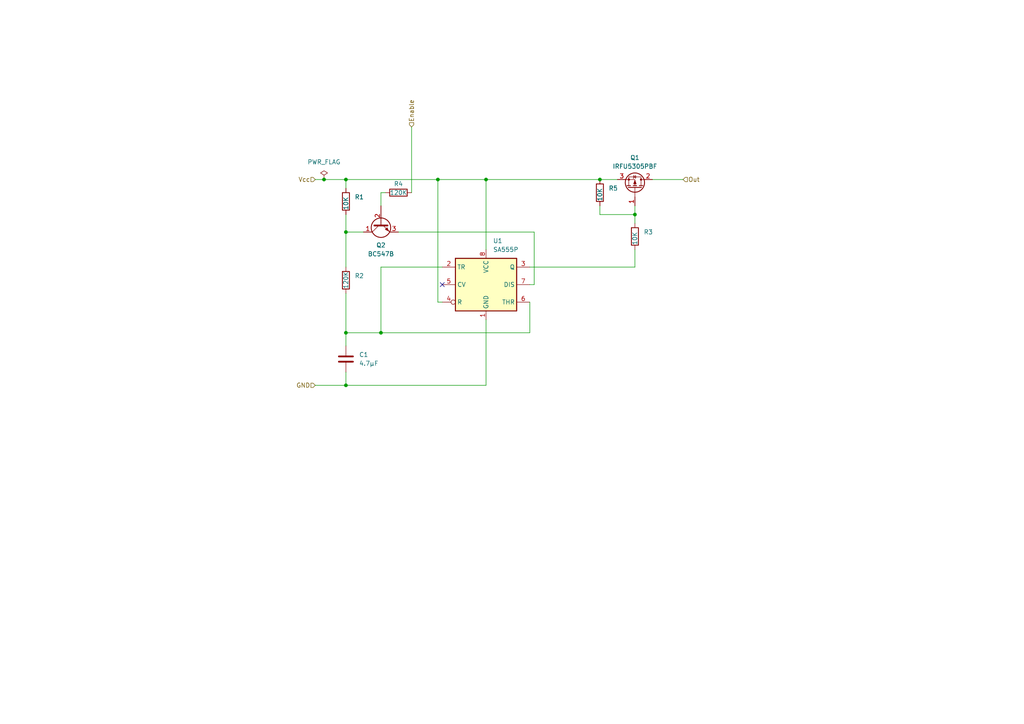
<source format=kicad_sch>
(kicad_sch (version 20211123) (generator eeschema)
  (paper "A4")
  (title_block (title "Module clignotant") (date "2025-01-08") (company "Vélo solaire pour tous") (comment 1 "Licence CERN-OHL-S version 2"))
  (lib_symbols
    (symbol "Device:C" (pin_numbers hide) (pin_names (offset 0.254))
      (property "Reference" "C" (at 0.635 2.54 0))
      (property "Value" "C" (at 0.635 -2.54 0))
      (symbol "C_0_1"
        (polyline (pts (xy -2.032 -0.762) (xy 2.032 -0.762)) (stroke (width 0.508)))
        (polyline (pts (xy -2.032 0.762) (xy 2.032 0.762)) (stroke (width 0.508)))
      )
      (symbol "C_1_1"
        (pin passive line (at 0 3.81 270) (length 2.794) (name "~") (number "1"))
        (pin passive line (at 0 -3.81 90) (length 2.794) (name "~") (number "2"))
      )
    )
    (symbol "Device:Q_NPN_CBE" (pin_names (offset 0) hide)
      (property "Reference" "Q" (at 5.08 1.27 0))
      (property "Value" "Q_NPN_CBE" (at 5.08 -1.27 0))
      (symbol "Q_NPN_CBE_0_1"
        (polyline (pts (xy 0.635 0.635) (xy 2.54 2.54)))
        (polyline (pts (xy 0.635 -0.635) (xy 2.54 -2.54) (xy 2.54 -2.54)))
        (polyline (pts (xy 0.635 1.905) (xy 0.635 -1.905) (xy 0.635 -1.905)) (stroke (width 0.508)))
        (polyline (pts (xy 1.27 -1.778) (xy 1.778 -1.27) (xy 2.286 -2.286) (xy 1.27 -1.778) (xy 1.27 -1.778)) (fill (type outline)))
        (circle (center 1.27 0) (radius 2.8194) (stroke (width 0.254)))
      )
      (symbol "Q_NPN_CBE_1_1"
        (pin passive line (at 2.54 5.08 270) (length 2.54) (name "C") (number "1"))
        (pin input line (at -5.08 0 0) (length 5.715) (name "B") (number "2"))
        (pin passive line (at 2.54 -5.08 90) (length 2.54) (name "E") (number "3"))
      )
    )
    (symbol "Device:R" (pin_numbers hide) (pin_names (offset 0))
      (property "Reference" "R" (at 2.032 0 90))
      (property "Value" "R" (at 0 0 90))
      (symbol "R_0_1"
        (rectangle (start -1.016 -2.54) (end 1.016 2.54) (stroke (width 0.254)))
      )
      (symbol "R_1_1"
        (pin passive line (at 0 3.81 270) (length 1.27) (name "~") (number "1"))
        (pin passive line (at 0 -3.81 90) (length 1.27) (name "~") (number "2"))
      )
    )
    (symbol "Timer:SA555P"
      (property "Reference" "U" (at -10.16 8.89 0))
      (property "Value" "SA555P" (at 2.54 8.89 0))
      (symbol "SA555P_0_0"
        (pin power_in line (at 0 -10.16 90) (length 2.54) (name "GND") (number "1"))
        (pin power_in line (at 0 10.16 270) (length 2.54) (name "VCC") (number "8"))
      )
      (symbol "SA555P_0_1"
        (rectangle (start -8.89 -7.62) (end 8.89 7.62) (stroke (width 0.254)) (fill (type background)))
        (rectangle (start -8.89 -7.62) (end 8.89 7.62) (stroke (width 0.254)) (fill (type background)))
      )
      (symbol "SA555P_1_1"
        (pin input line (at -12.7 5.08 0) (length 3.81) (name "TR") (number "2"))
        (pin output line (at 12.7 5.08 180) (length 3.81) (name "Q") (number "3"))
        (pin input inverted (at -12.7 -5.08 0) (length 3.81) (name "R") (number "4"))
        (pin input line (at -12.7 0 0) (length 3.81) (name "CV") (number "5"))
        (pin input line (at 12.7 -5.08 180) (length 3.81) (name "THR") (number "6"))
        (pin input line (at 12.7 0 180) (length 3.81) (name "DIS") (number "7"))
      )
    )
    (symbol "Transistor_FET:FQP27P06" (pin_names hide)
      (property "Reference" "Q" (at 5.08 1.905 0))
      (property "Value" "FQP27P06" (at 5.08 0 0))
      (symbol "FQP27P06_0_1"
        (polyline (pts (xy 0.254 0) (xy -2.54 0)))
        (polyline (pts (xy 0.254 1.905) (xy 0.254 -1.905)) (stroke (width 0.254)))
        (polyline (pts (xy 0.762 -1.27) (xy 0.762 -2.286)) (stroke (width 0.254)))
        (polyline (pts (xy 0.762 0.508) (xy 0.762 -0.508)) (stroke (width 0.254)))
        (polyline (pts (xy 0.762 2.286) (xy 0.762 1.27)) (stroke (width 0.254)))
        (polyline (pts (xy 2.54 2.54) (xy 2.54 1.778)))
        (polyline (pts (xy 2.54 -2.54) (xy 2.54 0) (xy 0.762 0)))
        (polyline (pts (xy 0.762 1.778) (xy 3.302 1.778) (xy 3.302 -1.778) (xy 0.762 -1.778)))
        (polyline (pts (xy 2.286 0) (xy 1.27 0.381) (xy 1.27 -0.381) (xy 2.286 0)) (fill (type outline)))
        (polyline (pts (xy 2.794 -0.508) (xy 2.921 -0.381) (xy 3.683 -0.381) (xy 3.81 -0.254)))
        (polyline (pts (xy 3.302 -0.381) (xy 2.921 0.254) (xy 3.683 0.254) (xy 3.302 -0.381)))
        (circle (center 1.651 0) (radius 2.794) (stroke (width 0.254)))
        (circle (center 2.54 -1.778) (radius 0.254) (fill (type outline)))
        (circle (center 2.54 1.778) (radius 0.254) (fill (type outline)))
      )
      (symbol "FQP27P06_1_1"
        (pin input line (at -5.08 0 0) (length 2.54) (name "G") (number "1"))
        (pin passive line (at 2.54 5.08 270) (length 2.54) (name "D") (number "2"))
        (pin passive line (at 2.54 -5.08 90) (length 2.54) (name "S") (number "3"))
      )
    )
    (symbol "power:PWR_FLAG" (power) (pin_numbers hide) (pin_names (offset 0) hide)
      (property "Value" "PWR_FLAG" (at 0 3.81 0))
      (symbol "PWR_FLAG_0_0"
        (pin power_out line (at 0 0 90) (length 0) (name "pwr") (number "1"))
      )
      (symbol "PWR_FLAG_0_1"
        (polyline (pts (xy 0 0) (xy 0 1.27) (xy -1.016 1.905) (xy 0 2.54) (xy 1.016 1.905) (xy 0 1.27)))
      )
    )
  )
  (junction (at 140.97 52.07))
  (junction (at 184.15 62.23))
  (junction (at 100.33 67.31))
  (junction (at 100.33 52.07))
  (junction (at 173.99 52.07))
  (junction (at 93.98 52.07))
  (junction (at 127 52.07))
  (junction (at 100.33 111.76))
  (junction (at 110.49 96.52))
  (junction (at 100.33 96.52))
  (no_connect (at 128.27 82.55))
  (wire (pts (xy 127 52.07) (xy 127 87.63)))
  (wire (pts (xy 140.97 52.07) (xy 140.97 72.39)))
  (wire (pts (xy 111.76 55.88) (xy 110.49 55.88)))
  (wire (pts (xy 140.97 92.71) (xy 140.97 111.76)))
  (wire (pts (xy 128.27 77.47) (xy 110.49 77.47)))
  (wire (pts (xy 140.97 52.07) (xy 173.99 52.07)))
  (wire (pts (xy 153.67 96.52) (xy 110.49 96.52)))
  (wire (pts (xy 100.33 67.31) (xy 100.33 77.47)))
  (wire (pts (xy 189.23 52.07) (xy 198.12 52.07)))
  (wire (pts (xy 153.67 82.55) (xy 154.94 82.55)))
  (wire (pts (xy 100.33 111.76) (xy 100.33 107.95)))
  (wire (pts (xy 100.33 67.31) (xy 105.41 67.31)))
  (wire (pts (xy 110.49 77.47) (xy 110.49 96.52)))
  (wire (pts (xy 119.38 36.83) (xy 119.38 55.88)))
  (wire (pts (xy 100.33 111.76) (xy 140.97 111.76)))
  (wire (pts (xy 153.67 77.47) (xy 184.15 77.47)))
  (wire (pts (xy 91.44 52.07) (xy 93.98 52.07)))
  (wire (pts (xy 184.15 64.77) (xy 184.15 62.23)))
  (wire (pts (xy 128.27 87.63) (xy 127 87.63)))
  (wire (pts (xy 100.33 85.09) (xy 100.33 96.52)))
  (wire (pts (xy 100.33 96.52) (xy 110.49 96.52)))
  (wire (pts (xy 184.15 62.23) (xy 184.15 59.69)))
  (wire (pts (xy 115.57 67.31) (xy 154.94 67.31)))
  (wire (pts (xy 93.98 52.07) (xy 100.33 52.07)))
  (wire (pts (xy 110.49 55.88) (xy 110.49 59.69)))
  (wire (pts (xy 153.67 87.63) (xy 153.67 96.52)))
  (wire (pts (xy 100.33 96.52) (xy 100.33 100.33)))
  (wire (pts (xy 173.99 52.07) (xy 179.07 52.07)))
  (wire (pts (xy 100.33 52.07) (xy 100.33 54.61)))
  (wire (pts (xy 184.15 72.39) (xy 184.15 77.47)))
  (wire (pts (xy 173.99 62.23) (xy 184.15 62.23)))
  (wire (pts (xy 100.33 62.23) (xy 100.33 67.31)))
  (wire (pts (xy 91.44 111.76) (xy 100.33 111.76)))
  (wire (pts (xy 127 52.07) (xy 140.97 52.07)))
  (wire (pts (xy 100.33 52.07) (xy 127 52.07)))
  (wire (pts (xy 173.99 59.69) (xy 173.99 62.23)))
  (wire (pts (xy 154.94 67.31) (xy 154.94 82.55)))
  (hierarchical_label "Out" (shape input) (at 198.12 52.07 0))
  (hierarchical_label "GND" (shape input) (at 91.44 111.76 180))
  (hierarchical_label "Enable" (shape input) (at 119.38 36.83 90))
  (hierarchical_label "Vcc" (shape input) (at 91.44 52.07 180))
  (symbol (lib_id "Device:R") (at 100.33 81.28 0) (unit 1)
    (property "Reference" "R2" (at 102.87 80.0099 0) (effects (justify left)))
    (property "Value" "120K" (at 100.33 83.82 90) (effects (justify left)))
    (property "Footprint" "Resistor_THT:R_Axial_DIN0207_L6.3mm_D2.5mm_P10.16mm_Horizontal" (effects hide))
  )
  (symbol (lib_id "Timer:SA555P") (at 140.97 82.55 0) (unit 1)
    (property "Reference" "U1" (at 142.9894 69.85 0) (effects (justify left)))
    (property "Value" "SA555P" (at 142.9894 72.39 0) (effects (justify left)))
    (property "Footprint" "Package_DIP:DIP-8_W7.62mm" (effects hide))
    (property "Datasheet" "http://www.ti.com/lit/ds/symlink/ne555.pdf" (effects hide))
  )
  (symbol (lib_id "Device:Q_NPN_CBE") (at 110.49 64.77 90) (mirror x) (unit 1)
    (property "Reference" "Q2" (at 110.49 71.12 90))
    (property "Value" "BC547B" (at 110.49 73.66 90))
  )
  (symbol (lib_id "Device:R") (at 115.57 55.88 90) (unit 1)
    (property "Reference" "R4" (at 115.57 53.34 90))
    (property "Value" "120K" (at 115.57 55.88 90))
  )
  (symbol (lib_id "Device:R") (at 100.33 58.42 0) (unit 1)
    (property "Reference" "R1" (at 102.87 57.1499 0) (effects (justify left)))
    (property "Value" "10K" (at 100.33 60.96 90) (effects (justify left)))
    (property "Footprint" "Resistor_THT:R_Axial_DIN0207_L6.3mm_D2.5mm_P10.16mm_Horizontal" (effects hide))
  )
  (symbol (lib_id "Device:R") (at 184.15 68.58 180) (unit 1)
    (property "Reference" "R3" (at 186.69 67.3099 0) (effects (justify right)))
    (property "Value" "10K" (at 184.15 71.12 90) (effects (justify right)))
    (property "Footprint" "Resistor_THT:R_Axial_DIN0207_L6.3mm_D2.5mm_P10.16mm_Horizontal" (effects hide))
  )
  (symbol (lib_id "power:PWR_FLAG") (at 93.98 52.07 0) (unit 1)
    (property "Reference" "#FLG0101" (effects hide))
    (property "Value" "PWR_FLAG" (at 93.98 46.99 0))
  )
  (symbol (lib_id "Device:R") (at 173.99 55.88 0) (unit 1)
    (property "Reference" "R5" (at 176.53 54.6099 0) (effects (justify left)))
    (property "Value" "10K" (at 173.99 58.42 90) (effects (justify left)))
    (property "Footprint" "Resistor_THT:R_Axial_DIN0207_L6.3mm_D2.5mm_P10.16mm_Horizontal" (effects hide))
  )
  (symbol (lib_id "Transistor_FET:FQP27P06") (at 184.15 54.61 270) (mirror x) (unit 1)
    (property "Reference" "Q1" (at 184.15 45.72 90))
    (property "Value" "IRFU5305PBF" (at 184.15 48.26 90))
    (property "Footprint" "Package_TO_SOT_THT:TO-220-3_Vertical" (effects hide))
    (property "Datasheet" "https://www.onsemi.com/pub/Collateral/FQP27P06-D.PDF" (effects hide))
  )
  (symbol (lib_id "Device:C") (at 100.33 104.14 0) (unit 1)
    (property "Reference" "C1" (at 104.14 102.8699 0) (effects (justify left)))
    (property "Value" "4.7µF" (at 104.14 105.4099 0) (effects (justify left)))
    (property "Footprint" "Capacitor_THT:C_Disc_D4.3mm_W1.9mm_P5.00mm" (effects hide))
  )
)
</source>
